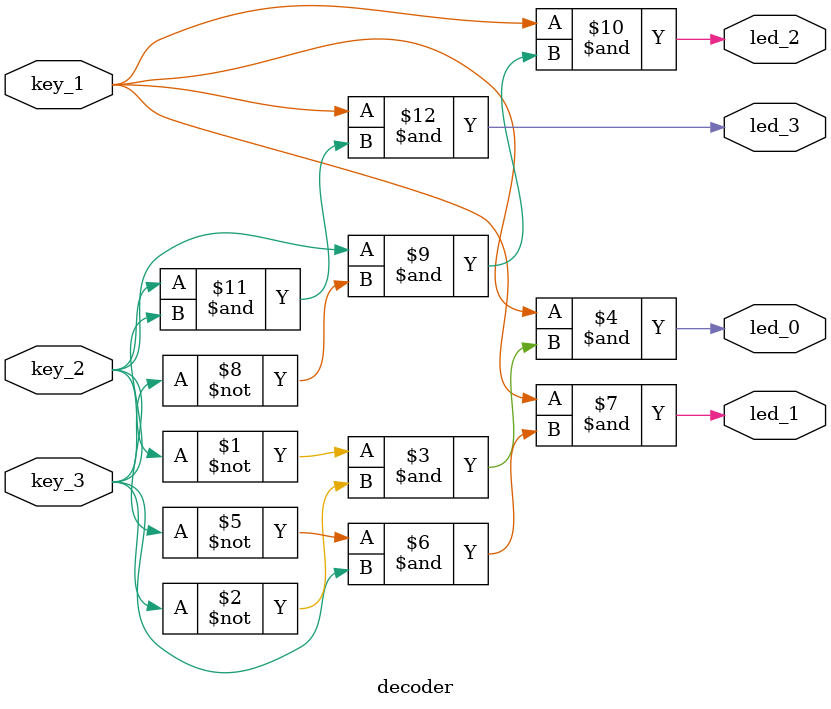
<source format=v>
module decoder
(
input wire key_2,
input wire key_3,
input wire key_1,

output wire led_0,
output wire led_1,
output wire led_2,
output wire led_3
);

assign led_0=key_1 & (~key_2 & ~key_3);
assign led_1=key_1 & (~key_2 & key_3);
assign led_2=key_1 & (key_2 & ~key_3);
assign led_3=key_1 & (key_2 & key_3);

endmodule

</source>
